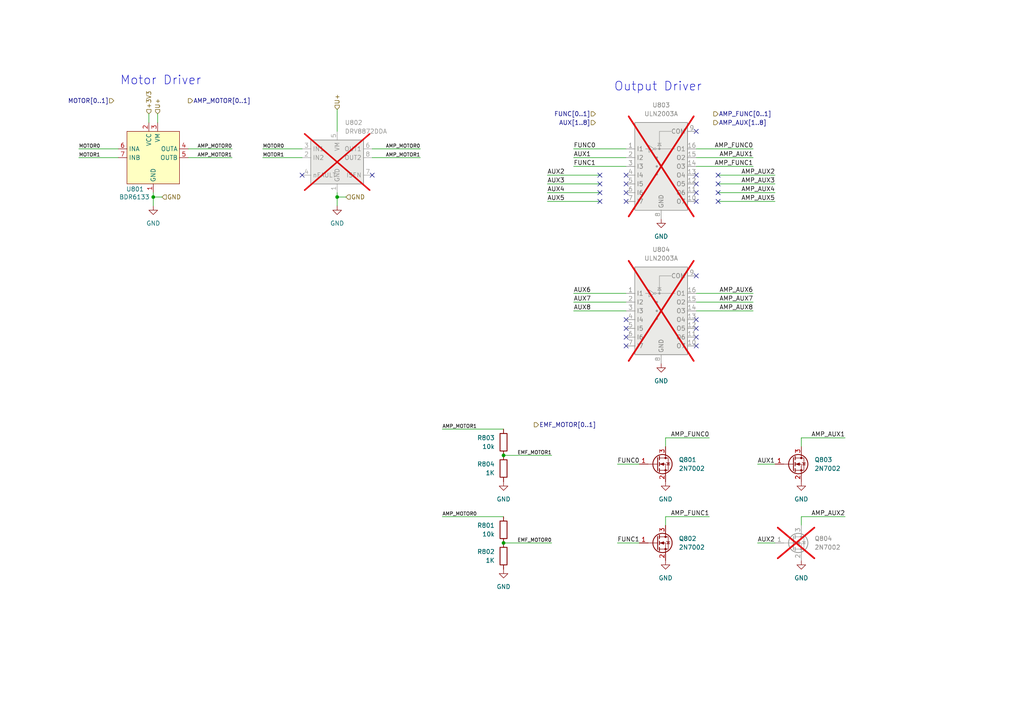
<source format=kicad_sch>
(kicad_sch (version 20231120) (generator "eeschema") (generator_version "8.0")
  (paper "A4")
  (lib_symbols
    (symbol "BDR6133:BDR6133"
      (property "Reference" "U" (at -7.112 -10.922 0))
      (property "Value" "BDR6133" (at -3.302 -8.89 0))
      (symbol "BDR6133_0_0"
        (pin power_in line (at 0 -10.16 90) (length 2.54) (name "GND") (number "1"))
        (pin power_in line (at -1.27 10.16 270) (length 2.54) (name "VCC") (number "2"))
        (pin power_in line (at 1.27 10.16 270) (length 2.54) (name "VM") (number "3"))
        (pin output line (at 10.16 2.54 180) (length 2.54) (name "OUTA") (number "4"))
        (pin output line (at 10.16 0 180) (length 2.54) (name "OUTB") (number "5"))
        (pin input line (at -10.16 2.54 0) (length 2.54) (name "INA") (number "6"))
        (pin input line (at -10.16 0 0) (length 2.54) (name "INB") (number "7"))
      )
      (symbol "BDR6133_1_0"
        (pin no_connect line (at -10.16 -2.54 0) (length 2.54) hide (name "NC") (number "8"))
      )
      (symbol "BDR6133_1_1"
        (rectangle (start -7.62 7.62) (end 7.62 -7.62) (fill (type background)))
      )
    )
    (symbol "Device:R" (pin_numbers hide) (pin_names (offset 0))
      (property "Reference" "R" (at 2.032 0 90))
      (property "Value" "R" (at 0 0 90))
      (symbol "R_0_1"
        (rectangle (start -1.016 -2.54) (end 1.016 2.54) (stroke (width 0.254)))
      )
      (symbol "R_1_1"
        (pin passive line (at 0 3.81 270) (length 1.27) (name "~") (number "1"))
        (pin passive line (at 0 -3.81 90) (length 1.27) (name "~") (number "2"))
      )
    )
    (symbol "Driver_Motor:DRV8872DDA"
      (property "Reference" "U" (at -6.35 6.35 0))
      (property "Value" "DRV8872DDA" (at 8.89 6.35 0))
      (symbol "DRV8872DDA_0_1"
        (rectangle (start -7.62 5.08) (end 7.62 -7.62) (stroke (width 0.254)) (fill (type background)))
      )
      (symbol "DRV8872DDA_1_1"
        (pin power_in line (at 0 -10.16 90) (length 2.54) (name "GND") (number "1"))
        (pin input line (at -10.16 0 0) (length 2.54) (name "IN2") (number "2"))
        (pin input line (at -10.16 2.54 0) (length 2.54) (name "IN1") (number "3"))
        (pin open_collector line (at -10.16 -5.08 0) (length 2.54) (name "nFAULT") (number "4"))
        (pin power_in line (at 0 7.62 270) (length 2.54) (name "VM") (number "5"))
        (pin output line (at 10.16 2.54 180) (length 2.54) (name "OUT1") (number "6"))
        (pin passive line (at 10.16 -5.08 180) (length 2.54) (name "ISEN") (number "7"))
        (pin output line (at 10.16 0 180) (length 2.54) (name "OUT2") (number "8"))
        (pin passive line (at 0 -10.16 90) (length 2.54) hide (name "GND") (number "9"))
      )
    )
    (symbol "Transistor_Array:ULN2003A"
      (property "Reference" "U" (at 0 15.875 0))
      (property "Value" "ULN2003A" (at 0 13.97 0))
      (symbol "ULN2003A_0_1"
        (rectangle (start -7.62 -12.7) (end 7.62 12.7) (stroke (width 0.254)) (fill (type background)))
        (circle (center -1.778 5.08) (radius 0.254))
        (circle (center -1.27 -2.286) (radius 0.254) (fill (type outline)))
        (circle (center -1.27 0) (radius 0.254) (fill (type outline)))
        (circle (center -1.27 2.54) (radius 0.254) (fill (type outline)))
        (circle (center -0.508 5.08) (radius 0.254) (fill (type outline)))
        (polyline (pts (xy -4.572 5.08) (xy -3.556 5.08)))
        (polyline (pts (xy -1.524 5.08) (xy 4.064 5.08)))
        (polyline (pts (xy 0 6.731) (xy -1.016 6.731)))
        (polyline (pts (xy -0.508 5.08) (xy -0.508 10.16) (xy 2.921 10.16)))
        (polyline (pts (xy -3.556 6.096) (xy -3.556 4.064) (xy -2.032 5.08) (xy -3.556 6.096)))
        (polyline (pts (xy 0 5.969) (xy -1.016 5.969) (xy -0.508 6.731) (xy 0 5.969)))
      )
      (symbol "ULN2003A_1_1"
        (pin input line (at -10.16 5.08 0) (length 2.54) (name "I1") (number "1"))
        (pin open_collector line (at 10.16 -10.16 180) (length 2.54) (name "O7") (number "10"))
        (pin open_collector line (at 10.16 -7.62 180) (length 2.54) (name "O6") (number "11"))
        (pin open_collector line (at 10.16 -5.08 180) (length 2.54) (name "O5") (number "12"))
        (pin open_collector line (at 10.16 -2.54 180) (length 2.54) (name "O4") (number "13"))
        (pin open_collector line (at 10.16 0 180) (length 2.54) (name "O3") (number "14"))
        (pin open_collector line (at 10.16 2.54 180) (length 2.54) (name "O2") (number "15"))
        (pin open_collector line (at 10.16 5.08 180) (length 2.54) (name "O1") (number "16"))
        (pin input line (at -10.16 2.54 0) (length 2.54) (name "I2") (number "2"))
        (pin input line (at -10.16 0 0) (length 2.54) (name "I3") (number "3"))
        (pin input line (at -10.16 -2.54 0) (length 2.54) (name "I4") (number "4"))
        (pin input line (at -10.16 -5.08 0) (length 2.54) (name "I5") (number "5"))
        (pin input line (at -10.16 -7.62 0) (length 2.54) (name "I6") (number "6"))
        (pin input line (at -10.16 -10.16 0) (length 2.54) (name "I7") (number "7"))
        (pin power_in line (at 0 -15.24 90) (length 2.54) (name "GND") (number "8"))
        (pin passive line (at 10.16 10.16 180) (length 2.54) (name "COM") (number "9"))
      )
    )
    (symbol "Transistor_FET:2N7002" (pin_names hide)
      (property "Reference" "Q" (at 5.08 1.905 0))
      (property "Value" "2N7002" (at 5.08 0 0))
      (symbol "2N7002_0_1"
        (polyline (pts (xy 0.254 0) (xy -2.54 0)))
        (polyline (pts (xy 0.254 1.905) (xy 0.254 -1.905)) (stroke (width 0.254)))
        (polyline (pts (xy 0.762 -1.27) (xy 0.762 -2.286)) (stroke (width 0.254)))
        (polyline (pts (xy 0.762 0.508) (xy 0.762 -0.508)) (stroke (width 0.254)))
        (polyline (pts (xy 0.762 2.286) (xy 0.762 1.27)) (stroke (width 0.254)))
        (polyline (pts (xy 2.54 2.54) (xy 2.54 1.778)))
        (polyline (pts (xy 2.54 -2.54) (xy 2.54 0) (xy 0.762 0)))
        (polyline (pts (xy 0.762 -1.778) (xy 3.302 -1.778) (xy 3.302 1.778) (xy 0.762 1.778)))
        (polyline (pts (xy 1.016 0) (xy 2.032 0.381) (xy 2.032 -0.381) (xy 1.016 0)) (fill (type outline)))
        (polyline (pts (xy 2.794 0.508) (xy 2.921 0.381) (xy 3.683 0.381) (xy 3.81 0.254)))
        (polyline (pts (xy 3.302 0.381) (xy 2.921 -0.254) (xy 3.683 -0.254) (xy 3.302 0.381)))
        (circle (center 1.651 0) (radius 2.794) (stroke (width 0.254)))
        (circle (center 2.54 -1.778) (radius 0.254) (fill (type outline)))
        (circle (center 2.54 1.778) (radius 0.254) (fill (type outline)))
      )
      (symbol "2N7002_1_1"
        (pin input line (at -5.08 0 0) (length 2.54) (name "G") (number "1"))
        (pin passive line (at 2.54 -5.08 90) (length 2.54) (name "S") (number "2"))
        (pin passive line (at 2.54 5.08 270) (length 2.54) (name "D") (number "3"))
      )
    )
    (symbol "power:GND" (power) (pin_names (offset 0))
      (property "Value" "GND" (at 0 -3.81 0))
      (symbol "GND_0_1"
        (polyline (pts (xy 0 0) (xy 0 -1.27) (xy 1.27 -1.27) (xy 0 -2.54) (xy -1.27 -1.27) (xy 0 -1.27)))
      )
      (symbol "GND_1_1"
        (pin power_in line (at 0 0 270) (length 0) hide (name "GND") (number "1"))
      )
    )
  )
  (junction (at 146.05 157.48))
  (junction (at 44.45 57.15))
  (junction (at 97.79 57.15))
  (junction (at 146.05 132.08))
  (no_connect (at 201.93 92.71))
  (no_connect (at 173.99 55.88))
  (no_connect (at 181.61 53.34))
  (no_connect (at 201.93 55.88))
  (no_connect (at 208.28 55.88))
  (no_connect (at 201.93 58.42))
  (no_connect (at 181.61 58.42))
  (no_connect (at 181.61 50.8))
  (no_connect (at 201.93 95.25))
  (no_connect (at 208.28 58.42))
  (no_connect (at 181.61 100.33))
  (no_connect (at 107.95 50.8))
  (no_connect (at 173.99 50.8))
  (no_connect (at 181.61 95.25))
  (no_connect (at 208.28 53.34))
  (no_connect (at 181.61 55.88))
  (no_connect (at 201.93 97.79))
  (no_connect (at 201.93 50.8))
  (no_connect (at 173.99 58.42))
  (no_connect (at 201.93 53.34))
  (no_connect (at 208.28 50.8))
  (no_connect (at 181.61 92.71))
  (no_connect (at 201.93 100.33))
  (no_connect (at 181.61 97.79))
  (no_connect (at 201.93 80.01))
  (no_connect (at 173.99 53.34))
  (no_connect (at 201.93 38.1))
  (no_connect (at 87.63 50.8))
  (wire (pts (xy 208.28 50.8) (xy 224.79 50.8)))
  (wire (pts (xy 208.28 58.42) (xy 224.79 58.42)))
  (wire (pts (xy 201.93 87.63) (xy 218.44 87.63)))
  (wire (pts (xy 232.41 149.86) (xy 245.11 149.86)))
  (wire (pts (xy 201.93 85.09) (xy 218.44 85.09)))
  (wire (pts (xy 158.75 55.88) (xy 173.99 55.88)))
  (wire (pts (xy 44.45 57.15) (xy 44.45 55.88)))
  (wire (pts (xy 166.37 45.72) (xy 181.61 45.72)))
  (wire (pts (xy 166.37 48.26) (xy 181.61 48.26)))
  (wire (pts (xy 97.79 31.75) (xy 97.79 38.1)))
  (wire (pts (xy 97.79 57.15) (xy 97.79 59.69)))
  (wire (pts (xy 219.71 157.48) (xy 224.79 157.48)))
  (wire (pts (xy 44.45 57.15) (xy 44.45 59.69)))
  (wire (pts (xy 107.95 45.72) (xy 121.92 45.72)))
  (wire (pts (xy 193.04 127) (xy 205.74 127)))
  (wire (pts (xy 166.37 85.09) (xy 181.61 85.09)))
  (wire (pts (xy 158.75 53.34) (xy 173.99 53.34)))
  (wire (pts (xy 232.41 152.4) (xy 232.41 149.86)))
  (wire (pts (xy 166.37 43.18) (xy 181.61 43.18)))
  (wire (pts (xy 76.2 43.18) (xy 87.63 43.18)))
  (wire (pts (xy 22.86 45.72) (xy 34.29 45.72)))
  (wire (pts (xy 97.79 57.15) (xy 100.33 57.15)))
  (wire (pts (xy 146.05 157.48) (xy 160.02 157.48)))
  (wire (pts (xy 201.93 90.17) (xy 218.44 90.17)))
  (wire (pts (xy 45.72 33.02) (xy 45.72 35.56)))
  (wire (pts (xy 128.27 124.46) (xy 146.05 124.46)))
  (wire (pts (xy 166.37 90.17) (xy 181.61 90.17)))
  (wire (pts (xy 128.27 149.86) (xy 146.05 149.86)))
  (wire (pts (xy 201.93 43.18) (xy 218.44 43.18)))
  (wire (pts (xy 44.45 57.15) (xy 46.99 57.15)))
  (wire (pts (xy 208.28 55.88) (xy 224.79 55.88)))
  (wire (pts (xy 67.31 43.18) (xy 54.61 43.18)))
  (wire (pts (xy 201.93 48.26) (xy 218.44 48.26)))
  (wire (pts (xy 193.04 152.4) (xy 193.04 149.86)))
  (wire (pts (xy 22.86 43.18) (xy 34.29 43.18)))
  (wire (pts (xy 67.31 45.72) (xy 54.61 45.72)))
  (wire (pts (xy 166.37 87.63) (xy 181.61 87.63)))
  (wire (pts (xy 193.04 149.86) (xy 205.74 149.86)))
  (wire (pts (xy 232.41 129.54) (xy 232.41 127)))
  (wire (pts (xy 179.07 157.48) (xy 185.42 157.48)))
  (wire (pts (xy 208.28 53.34) (xy 224.79 53.34)))
  (wire (pts (xy 43.18 33.02) (xy 43.18 35.56)))
  (wire (pts (xy 179.07 134.62) (xy 185.42 134.62)))
  (wire (pts (xy 219.71 134.62) (xy 224.79 134.62)))
  (wire (pts (xy 201.93 45.72) (xy 218.44 45.72)))
  (wire (pts (xy 146.05 132.08) (xy 160.02 132.08)))
  (wire (pts (xy 158.75 50.8) (xy 173.99 50.8)))
  (wire (pts (xy 76.2 45.72) (xy 87.63 45.72)))
  (wire (pts (xy 232.41 127) (xy 245.11 127)))
  (wire (pts (xy 107.95 43.18) (xy 121.92 43.18)))
  (wire (pts (xy 193.04 129.54) (xy 193.04 127)))
  (wire (pts (xy 97.79 55.88) (xy 97.79 57.15)))
  (wire (pts (xy 158.75 58.42) (xy 173.99 58.42)))
  (text "Output Driver" (at 178.054 26.67 0) (effects (font (size 2.54 2.54)) (justify left bottom)))
  (text "Motor Driver" (at 34.798 24.892 0) (effects (font (size 2.54 2.54)) (justify left bottom)))
  (label "AMP_FUNC1" (at 218.44 48.26 180))
  (label "AUX5" (at 158.75 58.42 0))
  (label "MOTOR1" (at 76.2 45.72 0) (effects (font (size 1.016 1.016))))
  (label "AUX2" (at 158.75 50.8 0))
  (label "AMP_AUX5" (at 224.79 58.42 180))
  (label "AUX7" (at 166.37 87.63 0))
  (label "FUNC0" (at 179.07 134.62 0))
  (label "AUX4" (at 158.75 55.88 0))
  (label "AMP_FUNC1" (at 205.74 149.86 180))
  (label "AMP_AUX1" (at 245.11 127 180))
  (label "AUX2" (at 219.71 157.48 0))
  (label "AMP_MOTOR0" (at 67.31 43.18 180) (effects (font (size 1.016 1.016))))
  (label "AMP_AUX4" (at 224.79 55.88 180))
  (label "AMP_AUX3" (at 224.79 53.34 180))
  (label "AMP_AUX6" (at 218.44 85.09 180))
  (label "MOTOR0" (at 22.86 43.18 0) (effects (font (size 1.016 1.016))))
  (label "AMP_MOTOR0" (at 121.92 43.18 180) (effects (font (size 1.016 1.016))))
  (label "FUNC0" (at 166.37 43.18 0))
  (label "MOTOR0" (at 76.2 43.18 0) (effects (font (size 1.016 1.016))))
  (label "AMP_MOTOR1" (at 67.31 45.72 180) (effects (font (size 1.016 1.016))))
  (label "AMP_AUX8" (at 218.44 90.17 180))
  (label "AUX6" (at 166.37 85.09 0))
  (label "AUX1" (at 166.37 45.72 0))
  (label "EMF_MOTOR1" (at 160.02 132.08 180) (effects (font (size 1.016 1.016))))
  (label "AMP_AUX1" (at 218.44 45.72 180))
  (label "AMP_FUNC0" (at 205.74 127 180))
  (label "AMP_AUX7" (at 218.44 87.63 180))
  (label "AMP_AUX2" (at 224.79 50.8 180))
  (label "AMP_FUNC0" (at 218.44 43.18 180))
  (label "AUX1" (at 219.71 134.62 0))
  (label "MOTOR1" (at 22.86 45.72 0) (effects (font (size 1.016 1.016))))
  (label "AUX8" (at 166.37 90.17 0))
  (label "AMP_MOTOR1" (at 121.92 45.72 180) (effects (font (size 1.016 1.016))))
  (label "FUNC1" (at 179.07 157.48 0))
  (label "AMP_MOTOR1" (at 128.27 124.46 0) (effects (font (size 1.016 1.016))))
  (label "AMP_MOTOR0" (at 128.27 149.86 0) (effects (font (size 1.016 1.016))))
  (label "EMF_MOTOR0" (at 160.02 157.48 180) (effects (font (size 1.016 1.016))))
  (label "AUX3" (at 158.75 53.34 0))
  (label "AMP_AUX2" (at 245.11 149.86 180))
  (label "FUNC1" (at 166.37 48.26 0))
  (hierarchical_label "AMP_AUX[1..8]" (shape output) (at 207.01 35.56 0))
  (hierarchical_label "AMP_MOTOR[0..1]" (shape output) (at 54.61 29.21 0))
  (hierarchical_label "+3V3" (shape input) (at 43.18 33.02 90))
  (hierarchical_label "U+" (shape input) (at 45.72 33.02 90))
  (hierarchical_label "MOTOR[0..1]" (shape input) (at 33.02 29.21 180))
  (hierarchical_label "AMP_FUNC[0..1]" (shape output) (at 207.01 33.02 0))
  (hierarchical_label "GND" (shape input) (at 100.33 57.15 0))
  (hierarchical_label "AUX[1..8]" (shape input) (at 172.72 35.56 180))
  (hierarchical_label "FUNC[0..1]" (shape input) (at 172.72 33.02 180))
  (hierarchical_label "GND" (shape input) (at 46.99 57.15 0))
  (hierarchical_label "U+" (shape input) (at 97.79 31.75 90))
  (hierarchical_label "EMF_MOTOR[0..1]" (shape output) (at 154.94 123.19 0))
  (symbol (lib_id "Transistor_FET:2N7002") (at 229.87 157.48 0) (unit 1) (exclude_from_sim yes) (in_bom no) (on_board no) (dnp yes)
    (property "Reference" "Q804" (at 236.22 156.2099 0) (effects (justify left)))
    (property "Value" "2N7002" (at 236.22 158.7499 0) (effects (justify left)))
    (property "Footprint" "Package_TO_SOT_SMD:SOT-23" (effects (hide yes)))
    (property "Datasheet" "https://www.onsemi.com/pub/Collateral/NDS7002A-D.PDF" (effects (hide yes)))
    (property "Description" "0.115A Id, 60V Vds, N-Channel MOSFET, SOT-23" (effects (hide yes)))
  )
  (symbol (lib_id "Device:R") (at 146.05 135.89 0) (mirror y) (unit 1)
    (property "Reference" "R804" (at 143.51 134.6199 0) (effects (justify left)))
    (property "Value" "1K" (at 143.51 137.1599 0) (effects (justify left)))
    (property "Footprint" "Resistor_SMD:R_0402_1005Metric_Pad0.72x0.64mm_HandSolder" (effects (hide yes)))
    (property "Description" "Resistor" (effects (hide yes)))
    (property "LCSC" "C17513" (effects (hide yes)))
  )
  (symbol (lib_id "Device:R") (at 146.05 161.29 0) (mirror y) (unit 1)
    (property "Reference" "R802" (at 143.51 160.0199 0) (effects (justify left)))
    (property "Value" "1K" (at 143.51 162.5599 0) (effects (justify left)))
    (property "Footprint" "Resistor_SMD:R_0402_1005Metric_Pad0.72x0.64mm_HandSolder" (effects (hide yes)))
    (property "Description" "Resistor" (effects (hide yes)))
    (property "LCSC" "C17513" (effects (hide yes)))
  )
  (symbol (lib_id "BDR6133:BDR6133") (at 44.45 45.72 0) (unit 1)
    (property "Reference" "U801" (at 36.576 54.864 0) (effects (justify left)))
    (property "Value" "BDR6133" (at 34.544 57.15 0) (effects (justify left)))
    (property "Footprint" "BDR6133:BDR6133" (effects (hide yes)))
  )
  (symbol (lib_id "power:GND") (at 146.05 165.1 0) (unit 1)
    (property "Reference" "#PWR0802" (effects (hide yes)))
    (property "Value" "GND" (at 146.05 170.18 0))
    (property "Description" "Power symbol creates a global label with name \"GND\" , ground" (effects (hide yes)))
  )
  (symbol (lib_id "Driver_Motor:DRV8872DDA") (at 97.79 45.72 0) (unit 1) (exclude_from_sim yes) (in_bom no) (on_board no) (dnp yes)
    (property "Reference" "U802" (at 99.9841 35.56 0) (effects (justify left)))
    (property "Value" "DRV8872DDA" (at 99.9841 38.1 0) (effects (justify left)))
    (property "Footprint" "Package_SO:Texas_HTSOP-8-1EP_3.9x4.9mm_P1.27mm_EP2.95x4.9mm_Mask2.4x3.1mm_ThermalVias" (effects (hide yes)))
    (property "Datasheet" "http://www.ti.com/lit/ds/symlink/drv8872.pdf" (effects (hide yes)))
    (property "Description" "Brushed DC Motor Driver, PWM Control, 45V, 3.6A, Current limiting, Fault Reporting, HTSOP-8" (effects (hide yes)))
  )
  (symbol (lib_id "Device:R") (at 146.05 153.67 0) (mirror y) (unit 1)
    (property "Reference" "R801" (at 143.51 152.3999 0) (effects (justify left)))
    (property "Value" "10k" (at 143.51 154.9399 0) (effects (justify left)))
    (property "Footprint" "Resistor_SMD:R_0402_1005Metric_Pad0.72x0.64mm_HandSolder" (effects (hide yes)))
    (property "Description" "Resistor" (effects (hide yes)))
    (property "LCSC" "C25744" (effects (hide yes)))
  )
  (symbol (lib_id "power:GND") (at 193.04 139.7 0) (unit 1)
    (property "Reference" "#PWR0807" (effects (hide yes)))
    (property "Value" "GND" (at 193.04 144.78 0))
    (property "Description" "Power symbol creates a global label with name \"GND\" , ground" (effects (hide yes)))
  )
  (symbol (lib_id "power:GND") (at 146.05 139.7 0) (unit 1)
    (property "Reference" "#PWR0803" (effects (hide yes)))
    (property "Value" "GND" (at 146.05 144.78 0))
    (property "Description" "Power symbol creates a global label with name \"GND\" , ground" (effects (hide yes)))
  )
  (symbol (lib_id "power:GND") (at 191.77 63.5 0) (unit 1)
    (property "Reference" "#PWR0805" (effects (hide yes)))
    (property "Value" "GND" (at 191.77 68.58 0))
    (property "Description" "Power symbol creates a global label with name \"GND\" , ground" (effects (hide yes)))
  )
  (symbol (lib_id "Transistor_FET:2N7002") (at 229.87 134.62 0) (unit 1)
    (property "Reference" "Q803" (at 236.22 133.3499 0) (effects (justify left)))
    (property "Value" "2N7002" (at 236.22 135.8899 0) (effects (justify left)))
    (property "Footprint" "Package_TO_SOT_SMD:SOT-23" (effects (hide yes)))
    (property "Datasheet" "https://www.onsemi.com/pub/Collateral/NDS7002A-D.PDF" (effects (hide yes)))
    (property "Description" "0.115A Id, 60V Vds, N-Channel MOSFET, SOT-23" (effects (hide yes)))
    (property "LCSC" "C8545" (effects (hide yes)))
  )
  (symbol (lib_id "Transistor_Array:ULN2003A") (at 191.77 48.26 0) (unit 1) (exclude_from_sim yes) (in_bom no) (on_board no) (dnp yes)
    (property "Reference" "U803" (at 191.77 30.48 0))
    (property "Value" "ULN2003A" (at 191.77 33.02 0))
    (property "Footprint" "Package_SO:SOIC-16_4.55x10.3mm_P1.27mm" (effects (hide yes)))
    (property "Datasheet" "http://www.ti.com/lit/ds/symlink/uln2003a.pdf" (effects (hide yes)))
    (property "Description" "High Voltage, High Current Darlington Transistor Arrays, SOIC16/SOIC16W/DIP16/TSSOP16" (effects (hide yes)))
    (property "LCSC" "C7512" (effects (hide yes)))
  )
  (symbol (lib_id "power:GND") (at 232.41 162.56 0) (unit 1)
    (property "Reference" "#PWR0810" (effects (hide yes)))
    (property "Value" "GND" (at 232.41 167.64 0))
    (property "Description" "Power symbol creates a global label with name \"GND\" , ground" (effects (hide yes)))
  )
  (symbol (lib_id "power:GND") (at 232.41 139.7 0) (unit 1)
    (property "Reference" "#PWR0809" (effects (hide yes)))
    (property "Value" "GND" (at 232.41 144.78 0))
    (property "Description" "Power symbol creates a global label with name \"GND\" , ground" (effects (hide yes)))
  )
  (symbol (lib_id "Transistor_FET:2N7002") (at 190.5 134.62 0) (unit 1)
    (property "Reference" "Q801" (at 196.85 133.3499 0) (effects (justify left)))
    (property "Value" "2N7002" (at 196.85 135.8899 0) (effects (justify left)))
    (property "Footprint" "Package_TO_SOT_SMD:SOT-23" (effects (hide yes)))
    (property "Datasheet" "https://www.onsemi.com/pub/Collateral/NDS7002A-D.PDF" (effects (hide yes)))
    (property "Description" "0.115A Id, 60V Vds, N-Channel MOSFET, SOT-23" (effects (hide yes)))
    (property "LCSC" "C8545" (effects (hide yes)))
  )
  (symbol (lib_id "power:GND") (at 193.04 162.56 0) (unit 1)
    (property "Reference" "#PWR0808" (effects (hide yes)))
    (property "Value" "GND" (at 193.04 167.64 0))
    (property "Description" "Power symbol creates a global label with name \"GND\" , ground" (effects (hide yes)))
  )
  (symbol (lib_id "Device:R") (at 146.05 128.27 0) (mirror y) (unit 1)
    (property "Reference" "R803" (at 143.51 126.9999 0) (effects (justify left)))
    (property "Value" "10k" (at 143.51 129.5399 0) (effects (justify left)))
    (property "Footprint" "Resistor_SMD:R_0402_1005Metric_Pad0.72x0.64mm_HandSolder" (effects (hide yes)))
    (property "Description" "Resistor" (effects (hide yes)))
    (property "LCSC" "C25744" (effects (hide yes)))
  )
  (symbol (lib_id "power:GND") (at 191.77 105.41 0) (unit 1)
    (property "Reference" "#PWR0806" (effects (hide yes)))
    (property "Value" "GND" (at 191.77 110.49 0))
    (property "Description" "Power symbol creates a global label with name \"GND\" , ground" (effects (hide yes)))
  )
  (symbol (lib_id "Transistor_FET:2N7002") (at 190.5 157.48 0) (unit 1)
    (property "Reference" "Q802" (at 196.85 156.2099 0) (effects (justify left)))
    (property "Value" "2N7002" (at 196.85 158.7499 0) (effects (justify left)))
    (property "Footprint" "Package_TO_SOT_SMD:SOT-23" (effects (hide yes)))
    (property "Datasheet" "https://www.onsemi.com/pub/Collateral/NDS7002A-D.PDF" (effects (hide yes)))
    (property "Description" "0.115A Id, 60V Vds, N-Channel MOSFET, SOT-23" (effects (hide yes)))
    (property "LCSC" "C8545" (effects (hide yes)))
  )
  (symbol (lib_id "power:GND") (at 97.79 59.69 0) (unit 1)
    (property "Reference" "#PWR0804" (effects (hide yes)))
    (property "Value" "GND" (at 97.79 64.77 0))
    (property "Description" "Power symbol creates a global label with name \"GND\" , ground" (effects (hide yes)))
  )
  (symbol (lib_id "power:GND") (at 44.45 59.69 0) (unit 1)
    (property "Reference" "#PWR0801" (effects (hide yes)))
    (property "Value" "GND" (at 44.45 64.77 0))
    (property "Description" "Power symbol creates a global label with name \"GND\" , ground" (effects (hide yes)))
  )
  (symbol (lib_id "Transistor_Array:ULN2003A") (at 191.77 90.17 0) (unit 1) (exclude_from_sim yes) (in_bom no) (on_board no) (dnp yes)
    (property "Reference" "U804" (at 191.77 72.39 0))
    (property "Value" "ULN2003A" (at 191.77 74.93 0))
    (property "Footprint" "Package_SO:SOIC-16_4.55x10.3mm_P1.27mm" (effects (hide yes)))
    (property "Datasheet" "http://www.ti.com/lit/ds/symlink/uln2003a.pdf" (effects (hide yes)))
    (property "Description" "High Voltage, High Current Darlington Transistor Arrays, SOIC16/SOIC16W/DIP16/TSSOP16" (effects (hide yes)))
    (property "LCSC" "C7512" (effects (hide yes)))
  )
)
</source>
